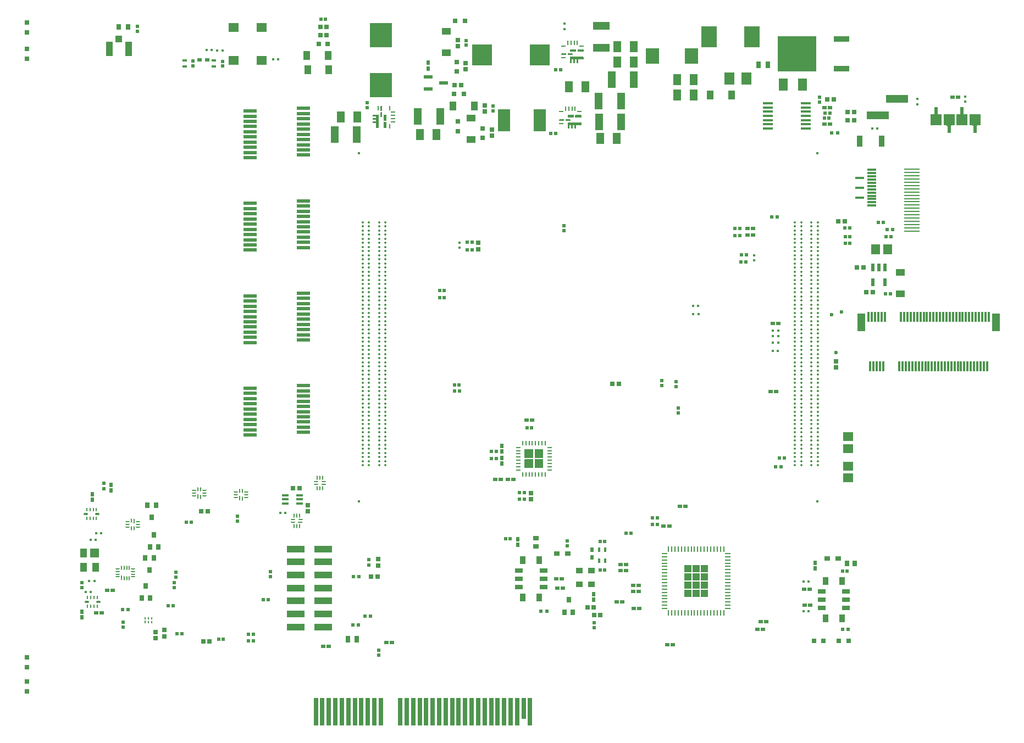
<source format=gbr>
G04*
G04 #@! TF.GenerationSoftware,Altium Limited,Altium Designer,24.2.2 (26)*
G04*
G04 Layer_Color=8421504*
%FSLAX25Y25*%
%MOIN*%
G70*
G04*
G04 #@! TF.SameCoordinates,80A8E479-4E92-43EF-BFA2-91FD1FC97BD2*
G04*
G04*
G04 #@! TF.FilePolarity,Positive*
G04*
G01*
G75*
%ADD17R,0.02559X0.02756*%
%ADD18R,0.02559X0.02362*%
%ADD19R,0.10827X0.03937*%
%ADD20R,0.02288X0.02016*%
%ADD21R,0.02016X0.02288*%
%ADD22R,0.02800X0.16500*%
%ADD23R,0.02800X0.12600*%
%ADD24R,0.07835X0.09173*%
%ADD25R,0.02756X0.03543*%
%ADD26R,0.02165X0.01968*%
%ADD27R,0.03150X0.03150*%
G04:AMPARAMS|DCode=28|XSize=7.87mil|YSize=23.62mil|CornerRadius=1.97mil|HoleSize=0mil|Usage=FLASHONLY|Rotation=0.000|XOffset=0mil|YOffset=0mil|HoleType=Round|Shape=RoundedRectangle|*
%AMROUNDEDRECTD28*
21,1,0.00787,0.01968,0,0,0.0*
21,1,0.00394,0.02362,0,0,0.0*
1,1,0.00394,0.00197,-0.00984*
1,1,0.00394,-0.00197,-0.00984*
1,1,0.00394,-0.00197,0.00984*
1,1,0.00394,0.00197,0.00984*
%
%ADD28ROUNDEDRECTD28*%
G04:AMPARAMS|DCode=29|XSize=7.87mil|YSize=23.62mil|CornerRadius=1.97mil|HoleSize=0mil|Usage=FLASHONLY|Rotation=270.000|XOffset=0mil|YOffset=0mil|HoleType=Round|Shape=RoundedRectangle|*
%AMROUNDEDRECTD29*
21,1,0.00787,0.01968,0,0,270.0*
21,1,0.00394,0.02362,0,0,270.0*
1,1,0.00394,-0.00984,-0.00197*
1,1,0.00394,-0.00984,0.00197*
1,1,0.00394,0.00984,0.00197*
1,1,0.00394,0.00984,-0.00197*
%
%ADD29ROUNDEDRECTD29*%
G04:AMPARAMS|DCode=30|XSize=7.87mil|YSize=27.56mil|CornerRadius=1.97mil|HoleSize=0mil|Usage=FLASHONLY|Rotation=270.000|XOffset=0mil|YOffset=0mil|HoleType=Round|Shape=RoundedRectangle|*
%AMROUNDEDRECTD30*
21,1,0.00787,0.02362,0,0,270.0*
21,1,0.00394,0.02756,0,0,270.0*
1,1,0.00394,-0.01181,-0.00197*
1,1,0.00394,-0.01181,0.00197*
1,1,0.00394,0.01181,0.00197*
1,1,0.00394,0.01181,-0.00197*
%
%ADD30ROUNDEDRECTD30*%
%ADD31R,0.06127X0.05727*%
%ADD32R,0.01772X0.01772*%
%ADD33R,0.01772X0.01772*%
%ADD34R,0.02657X0.01772*%
%ADD35R,0.07874X0.01968*%
%ADD36R,0.01181X0.06102*%
%ADD37R,0.04724X0.10827*%
%ADD38R,0.02362X0.02559*%
G04:AMPARAMS|DCode=39|XSize=23.62mil|YSize=9.45mil|CornerRadius=1.98mil|HoleSize=0mil|Usage=FLASHONLY|Rotation=0.000|XOffset=0mil|YOffset=0mil|HoleType=Round|Shape=RoundedRectangle|*
%AMROUNDEDRECTD39*
21,1,0.02362,0.00548,0,0,0.0*
21,1,0.01965,0.00945,0,0,0.0*
1,1,0.00397,0.00983,-0.00274*
1,1,0.00397,-0.00983,-0.00274*
1,1,0.00397,-0.00983,0.00274*
1,1,0.00397,0.00983,0.00274*
%
%ADD39ROUNDEDRECTD39*%
G04:AMPARAMS|DCode=40|XSize=9.45mil|YSize=23.62mil|CornerRadius=1.98mil|HoleSize=0mil|Usage=FLASHONLY|Rotation=0.000|XOffset=0mil|YOffset=0mil|HoleType=Round|Shape=RoundedRectangle|*
%AMROUNDEDRECTD40*
21,1,0.00945,0.01965,0,0,0.0*
21,1,0.00548,0.02362,0,0,0.0*
1,1,0.00397,0.00274,-0.00983*
1,1,0.00397,-0.00274,-0.00983*
1,1,0.00397,-0.00274,0.00983*
1,1,0.00397,0.00274,0.00983*
%
%ADD40ROUNDEDRECTD40*%
%ADD41R,0.04331X0.05315*%
%ADD42R,0.02756X0.02756*%
%ADD43R,0.02911X0.02648*%
%ADD44R,0.02816X0.02648*%
%ADD45R,0.13780X0.14961*%
%ADD46R,0.04546X0.06717*%
%ADD47R,0.05315X0.04331*%
%ADD48R,0.02756X0.02756*%
%ADD49R,0.02648X0.02911*%
%ADD50R,0.04921X0.09843*%
%ADD51R,0.07284X0.13386*%
%ADD52C,0.01378*%
G04:AMPARAMS|DCode=53|XSize=9.84mil|YSize=23.62mil|CornerRadius=1.97mil|HoleSize=0mil|Usage=FLASHONLY|Rotation=270.000|XOffset=0mil|YOffset=0mil|HoleType=Round|Shape=RoundedRectangle|*
%AMROUNDEDRECTD53*
21,1,0.00984,0.01968,0,0,270.0*
21,1,0.00591,0.02362,0,0,270.0*
1,1,0.00394,-0.00984,-0.00295*
1,1,0.00394,-0.00984,0.00295*
1,1,0.00394,0.00984,0.00295*
1,1,0.00394,0.00984,-0.00295*
%
%ADD53ROUNDEDRECTD53*%
G04:AMPARAMS|DCode=54|XSize=23.62mil|YSize=9.84mil|CornerRadius=1.97mil|HoleSize=0mil|Usage=FLASHONLY|Rotation=270.000|XOffset=0mil|YOffset=0mil|HoleType=Round|Shape=RoundedRectangle|*
%AMROUNDEDRECTD54*
21,1,0.02362,0.00591,0,0,270.0*
21,1,0.01968,0.00984,0,0,270.0*
1,1,0.00394,-0.00295,-0.00984*
1,1,0.00394,-0.00295,0.00984*
1,1,0.00394,0.00295,0.00984*
1,1,0.00394,0.00295,-0.00984*
%
%ADD54ROUNDEDRECTD54*%
%ADD55R,0.03150X0.03150*%
%ADD56R,0.02123X0.01860*%
%ADD57R,0.05709X0.01181*%
%ADD58R,0.09449X0.01102*%
G04:AMPARAMS|DCode=59|XSize=9.84mil|YSize=23.62mil|CornerRadius=1.97mil|HoleSize=0mil|Usage=FLASHONLY|Rotation=180.000|XOffset=0mil|YOffset=0mil|HoleType=Round|Shape=RoundedRectangle|*
%AMROUNDEDRECTD59*
21,1,0.00984,0.01968,0,0,180.0*
21,1,0.00591,0.02362,0,0,180.0*
1,1,0.00394,-0.00295,0.00984*
1,1,0.00394,0.00295,0.00984*
1,1,0.00394,0.00295,-0.00984*
1,1,0.00394,-0.00295,-0.00984*
%
%ADD59ROUNDEDRECTD59*%
G04:AMPARAMS|DCode=60|XSize=23.62mil|YSize=9.84mil|CornerRadius=1.97mil|HoleSize=0mil|Usage=FLASHONLY|Rotation=180.000|XOffset=0mil|YOffset=0mil|HoleType=Round|Shape=RoundedRectangle|*
%AMROUNDEDRECTD60*
21,1,0.02362,0.00591,0,0,180.0*
21,1,0.01968,0.00984,0,0,180.0*
1,1,0.00394,-0.00984,0.00295*
1,1,0.00394,0.00984,0.00295*
1,1,0.00394,0.00984,-0.00295*
1,1,0.00394,-0.00984,-0.00295*
%
%ADD60ROUNDEDRECTD60*%
%ADD61R,0.02631X0.02648*%
%ADD62R,0.05315X0.02362*%
%ADD63R,0.12299X0.12799*%
%ADD64R,0.13504X0.05000*%
%ADD65R,0.02657X0.02362*%
%ADD66R,0.05900X0.05300*%
%ADD67R,0.09843X0.04921*%
%ADD68R,0.02648X0.02816*%
%ADD69R,0.01000X0.03200*%
%ADD70R,0.03200X0.01000*%
%ADD71R,0.04921X0.02559*%
%ADD72R,0.03347X0.04921*%
%ADD73R,0.04134X0.08661*%
%ADD74R,0.03937X0.04134*%
%ADD75R,0.01860X0.02123*%
%ADD76R,0.02756X0.03543*%
%ADD77R,0.03740X0.02756*%
%ADD78R,0.02423X0.02254*%
%ADD79R,0.02985X0.03197*%
%ADD80R,0.02756X0.02559*%
%ADD81R,0.02362X0.02657*%
%ADD82R,0.03937X0.03543*%
%ADD83R,0.01772X0.02657*%
%ADD84R,0.03197X0.02985*%
%ADD85R,0.01968X0.02165*%
G04:AMPARAMS|DCode=86|XSize=7.87mil|YSize=21.65mil|CornerRadius=1.97mil|HoleSize=0mil|Usage=FLASHONLY|Rotation=180.000|XOffset=0mil|YOffset=0mil|HoleType=Round|Shape=RoundedRectangle|*
%AMROUNDEDRECTD86*
21,1,0.00787,0.01772,0,0,180.0*
21,1,0.00394,0.02165,0,0,180.0*
1,1,0.00394,-0.00197,0.00886*
1,1,0.00394,0.00197,0.00886*
1,1,0.00394,0.00197,-0.00886*
1,1,0.00394,-0.00197,-0.00886*
%
%ADD86ROUNDEDRECTD86*%
G04:AMPARAMS|DCode=87|XSize=11.81mil|YSize=23.62mil|CornerRadius=1.95mil|HoleSize=0mil|Usage=FLASHONLY|Rotation=90.000|XOffset=0mil|YOffset=0mil|HoleType=Round|Shape=RoundedRectangle|*
%AMROUNDEDRECTD87*
21,1,0.01181,0.01972,0,0,90.0*
21,1,0.00791,0.02362,0,0,90.0*
1,1,0.00390,0.00986,0.00396*
1,1,0.00390,0.00986,-0.00396*
1,1,0.00390,-0.00986,-0.00396*
1,1,0.00390,-0.00986,0.00396*
%
%ADD87ROUNDEDRECTD87*%
%ADD88R,0.02165X0.02362*%
%ADD89R,0.02362X0.02165*%
%ADD90R,0.02362X0.04724*%
G04:AMPARAMS|DCode=91|XSize=7.87mil|YSize=27.56mil|CornerRadius=1.97mil|HoleSize=0mil|Usage=FLASHONLY|Rotation=180.000|XOffset=0mil|YOffset=0mil|HoleType=Round|Shape=RoundedRectangle|*
%AMROUNDEDRECTD91*
21,1,0.00787,0.02362,0,0,180.0*
21,1,0.00394,0.02756,0,0,180.0*
1,1,0.00394,-0.00197,0.01181*
1,1,0.00394,0.00197,0.01181*
1,1,0.00394,0.00197,-0.01181*
1,1,0.00394,-0.00197,-0.01181*
%
%ADD91ROUNDEDRECTD91*%
%ADD92R,0.02559X0.02559*%
%ADD93R,0.02559X0.02559*%
%ADD94R,0.02756X0.02953*%
%ADD95R,0.05906X0.07284*%
%ADD96C,0.01693*%
%ADD97R,0.02204X0.02382*%
%ADD98C,0.01402*%
%ADD99R,0.05906X0.01575*%
G04:AMPARAMS|DCode=100|XSize=7.87mil|YSize=27.56mil|CornerRadius=1.97mil|HoleSize=0mil|Usage=FLASHONLY|Rotation=180.000|XOffset=0mil|YOffset=0mil|HoleType=Round|Shape=RoundedRectangle|*
%AMROUNDEDRECTD100*
21,1,0.00787,0.02362,0,0,180.0*
21,1,0.00394,0.02756,0,0,180.0*
1,1,0.00394,-0.00197,0.01181*
1,1,0.00394,0.00197,0.01181*
1,1,0.00394,0.00197,-0.01181*
1,1,0.00394,-0.00197,-0.01181*
%
%ADD100ROUNDEDRECTD100*%
%ADD101R,0.05512X0.05512*%
%ADD102R,0.03937X0.05512*%
%ADD103R,0.02835X0.03937*%
%ADD104R,0.09449X0.12992*%
%ADD105R,0.09800X0.03700*%
%ADD106R,0.23300X0.21700*%
%ADD107R,0.05709X0.07480*%
%ADD108R,0.02029X0.01860*%
%ADD109R,0.03189X0.06693*%
%ADD110C,0.02362*%
%ADD111R,0.03937X0.01575*%
%ADD112R,0.02165X0.02165*%
%ADD113R,0.05727X0.06127*%
G36*
X313973Y634D02*
X314029Y579D01*
X314059Y506D01*
Y467D01*
Y-714D01*
Y-753D01*
X314029Y-825D01*
X313973Y-881D01*
X313901Y-911D01*
X310476D01*
X310404Y-881D01*
X310348Y-825D01*
X310318Y-753D01*
Y-714D01*
Y467D01*
Y506D01*
X310348Y579D01*
X310404Y634D01*
X310476Y664D01*
X313901D01*
X313973Y634D01*
D02*
G37*
G36*
X309446D02*
X309501Y579D01*
X309531Y506D01*
Y467D01*
Y-714D01*
Y-753D01*
X309501Y-825D01*
X309446Y-881D01*
X309373Y-911D01*
X305949D01*
X305876Y-881D01*
X305821Y-825D01*
X305791Y-753D01*
Y-714D01*
Y467D01*
Y506D01*
X305821Y579D01*
X305876Y634D01*
X305949Y664D01*
X309373D01*
X309446Y634D01*
D02*
G37*
G36*
X307241Y-1945D02*
X307296Y-2000D01*
X307326Y-2072D01*
Y-2111D01*
Y-2702D01*
Y-2741D01*
X307296Y-2813D01*
X307241Y-2869D01*
X307169Y-2899D01*
X304531D01*
X304459Y-2869D01*
X304403Y-2813D01*
X304374Y-2741D01*
Y-2702D01*
Y-2111D01*
Y-2072D01*
X304403Y-2000D01*
X304459Y-1945D01*
X304531Y-1915D01*
X307169D01*
X307241Y-1945D01*
D02*
G37*
G36*
X303501D02*
X303556Y-2000D01*
X303586Y-2072D01*
Y-2111D01*
Y-2702D01*
Y-2741D01*
X303556Y-2813D01*
X303501Y-2869D01*
X303429Y-2899D01*
X300791D01*
X300719Y-2869D01*
X300663Y-2813D01*
X300633Y-2741D01*
Y-2702D01*
Y-2111D01*
Y-2072D01*
X300663Y-2000D01*
X300719Y-1945D01*
X300791Y-1915D01*
X303429D01*
X303501Y-1945D01*
D02*
G37*
G36*
X313954Y-3933D02*
X314009Y-3988D01*
X314039Y-4061D01*
X314039Y-4100D01*
Y-5281D01*
X314039D01*
Y-5320D01*
X314009Y-5392D01*
X313954Y-5448D01*
X313881Y-5478D01*
X313842D01*
X310988Y-5478D01*
X310988Y-5478D01*
X310949Y-5481D01*
X310878Y-5511D01*
X310824Y-5565D01*
X310795Y-5636D01*
X310791Y-5675D01*
Y-7485D01*
X310791Y-7485D01*
Y-7525D01*
X310761Y-7597D01*
X310705Y-7652D01*
X310633Y-7682D01*
X310003D01*
Y-7682D01*
X309964Y-7682D01*
X309892Y-7652D01*
X309837Y-7597D01*
X309807Y-7525D01*
X309807Y-7485D01*
Y-5478D01*
X308822D01*
Y-7485D01*
X308822Y-7485D01*
Y-7525D01*
X308792Y-7597D01*
X308737Y-7652D01*
X308665Y-7682D01*
X308035D01*
X308035Y-7682D01*
X307996Y-7682D01*
X307924Y-7652D01*
X307868Y-7597D01*
X307838Y-7525D01*
X307838Y-7485D01*
X307838Y-5478D01*
X306854D01*
Y-7485D01*
Y-7485D01*
X306854Y-7525D01*
X306824Y-7597D01*
X306768Y-7652D01*
X306696Y-7682D01*
X306657Y-7682D01*
X306066Y-7682D01*
X306027D01*
X305955Y-7652D01*
X305900Y-7597D01*
X305870Y-7525D01*
Y-7485D01*
X305870Y-5478D01*
X305771D01*
Y-4100D01*
X305771Y-4061D01*
X305801Y-3988D01*
X305857Y-3933D01*
X305929Y-3903D01*
X305968Y-3903D01*
X313842D01*
X313881Y-3903D01*
X313954Y-3933D01*
D02*
G37*
G36*
X191752Y-33853D02*
X191807Y-33909D01*
X191837Y-33981D01*
Y-34020D01*
Y-36579D01*
Y-36618D01*
X191807Y-36691D01*
X191752Y-36746D01*
X191680Y-36776D01*
X191011D01*
X190938Y-36746D01*
X190883Y-36691D01*
X190853Y-36618D01*
Y-36579D01*
Y-34020D01*
Y-33981D01*
X190883Y-33909D01*
X190938Y-33853D01*
X191011Y-33823D01*
X191680D01*
X191752Y-33853D01*
D02*
G37*
G36*
X544535Y-38383D02*
Y-38383D01*
X544545Y-38483D01*
X544622Y-38667D01*
X544763Y-38809D01*
X544947Y-38885D01*
X545047Y-38895D01*
X546878Y-38895D01*
Y-45588D01*
X540185D01*
Y-38895D01*
X542016D01*
X542016Y-38895D01*
X542116Y-38885D01*
X542300Y-38809D01*
X542441Y-38667D01*
X542518Y-38483D01*
X542528Y-38383D01*
X542528Y-34485D01*
X544535D01*
Y-38383D01*
D02*
G37*
G36*
X189764Y-38991D02*
X189819Y-39046D01*
X189849Y-39119D01*
X189849Y-39158D01*
Y-47032D01*
Y-47032D01*
X189849Y-47071D01*
X189819Y-47144D01*
X189764Y-47199D01*
X189692Y-47229D01*
X189652Y-47229D01*
X188471Y-47229D01*
X188432D01*
X188360Y-47199D01*
X188304Y-47143D01*
X188275Y-47071D01*
Y-47032D01*
X188274Y-44178D01*
X188274D01*
X188271Y-44139D01*
X188241Y-44068D01*
X188187Y-44014D01*
X188116Y-43984D01*
X188078Y-43981D01*
X186267Y-43981D01*
X186227D01*
X186155Y-43951D01*
X186100Y-43895D01*
X186070Y-43823D01*
Y-43784D01*
Y-43193D01*
X186070Y-43193D01*
X186070Y-43154D01*
X186100Y-43082D01*
X186155Y-43027D01*
X186227Y-42996D01*
X186267Y-42996D01*
X188274Y-42996D01*
Y-42012D01*
X186267D01*
X186267Y-42012D01*
X186227D01*
X186155Y-41982D01*
X186100Y-41927D01*
X186070Y-41855D01*
Y-41815D01*
Y-41225D01*
X186070D01*
X186070Y-41186D01*
X186100Y-41113D01*
X186155Y-41058D01*
X186227Y-41028D01*
X186267Y-41028D01*
X188274D01*
Y-40044D01*
X186267D01*
X186267Y-40044D01*
X186227Y-40044D01*
X186155Y-40014D01*
X186100Y-39958D01*
X186070Y-39886D01*
X186070Y-39847D01*
X186070Y-39256D01*
Y-39217D01*
X186100Y-39145D01*
X186155Y-39090D01*
X186227Y-39059D01*
X186267D01*
X188274Y-39059D01*
Y-38961D01*
X189652D01*
Y-38961D01*
X189692Y-38961D01*
X189764Y-38991D01*
D02*
G37*
G36*
X191752Y-37593D02*
X191807Y-37649D01*
X191837Y-37721D01*
Y-37760D01*
Y-40319D01*
Y-40358D01*
X191807Y-40431D01*
X191752Y-40486D01*
X191680Y-40516D01*
X191011D01*
X190938Y-40486D01*
X190883Y-40431D01*
X190853Y-40358D01*
Y-40319D01*
Y-37760D01*
Y-37721D01*
X190883Y-37649D01*
X190938Y-37593D01*
X191011Y-37563D01*
X191680D01*
X191752Y-37593D01*
D02*
G37*
G36*
X312618Y-39248D02*
X312674Y-39303D01*
X312704Y-39376D01*
Y-39415D01*
Y-40596D01*
Y-40635D01*
X312674Y-40707D01*
X312618Y-40763D01*
X312546Y-40793D01*
X309121D01*
X309049Y-40763D01*
X308994Y-40707D01*
X308964Y-40635D01*
Y-40596D01*
Y-39415D01*
Y-39376D01*
X308994Y-39303D01*
X309049Y-39248D01*
X309121Y-39218D01*
X312546D01*
X312618Y-39248D01*
D02*
G37*
G36*
X308091D02*
X308146Y-39303D01*
X308176Y-39376D01*
Y-39415D01*
Y-40596D01*
Y-40635D01*
X308146Y-40707D01*
X308091Y-40763D01*
X308018Y-40793D01*
X304594D01*
X304521Y-40763D01*
X304466Y-40707D01*
X304436Y-40635D01*
Y-40596D01*
Y-39415D01*
Y-39376D01*
X304466Y-39303D01*
X304521Y-39248D01*
X304594Y-39218D01*
X308018D01*
X308091Y-39248D01*
D02*
G37*
G36*
X194331Y-39011D02*
X194386Y-39066D01*
X194416Y-39138D01*
Y-39178D01*
Y-42524D01*
Y-42563D01*
X194386Y-42636D01*
X194331Y-42691D01*
X194258Y-42721D01*
X192999D01*
X192927Y-42691D01*
X192871Y-42636D01*
X192841Y-42563D01*
Y-42524D01*
Y-39178D01*
Y-39138D01*
X192871Y-39066D01*
X192927Y-39011D01*
X192999Y-38981D01*
X194258D01*
X194331Y-39011D01*
D02*
G37*
G36*
X305886Y-41827D02*
X305942Y-41882D01*
X305972Y-41954D01*
Y-41993D01*
Y-42584D01*
Y-42623D01*
X305942Y-42696D01*
X305886Y-42751D01*
X305814Y-42781D01*
X303176D01*
X303104Y-42751D01*
X303049Y-42696D01*
X303019Y-42623D01*
Y-42584D01*
Y-41993D01*
Y-41954D01*
X303049Y-41882D01*
X303104Y-41827D01*
X303176Y-41797D01*
X305814D01*
X305886Y-41827D01*
D02*
G37*
G36*
X302146D02*
X302201Y-41882D01*
X302231Y-41954D01*
Y-41993D01*
Y-42584D01*
Y-42623D01*
X302201Y-42696D01*
X302146Y-42751D01*
X302074Y-42781D01*
X299436D01*
X299364Y-42751D01*
X299308Y-42696D01*
X299278Y-42623D01*
Y-42584D01*
Y-41993D01*
Y-41954D01*
X299308Y-41882D01*
X299364Y-41827D01*
X299436Y-41797D01*
X302074D01*
X302146Y-41827D01*
D02*
G37*
G36*
X312599Y-43815D02*
X312654Y-43870D01*
X312684Y-43943D01*
X312684Y-43982D01*
Y-45163D01*
X312684D01*
Y-45202D01*
X312654Y-45274D01*
X312599Y-45330D01*
X312526Y-45360D01*
X312487D01*
X309633Y-45360D01*
X309633Y-45360D01*
X309594Y-45364D01*
X309524Y-45393D01*
X309469Y-45447D01*
X309440Y-45518D01*
X309436Y-45557D01*
Y-47368D01*
X309436Y-47368D01*
Y-47407D01*
X309406Y-47479D01*
X309351Y-47534D01*
X309278Y-47564D01*
X308649D01*
Y-47564D01*
X308610Y-47564D01*
X308537Y-47534D01*
X308482Y-47479D01*
X308452Y-47407D01*
X308452Y-47368D01*
Y-45360D01*
X307468D01*
Y-47368D01*
X307468Y-47368D01*
Y-47407D01*
X307438Y-47479D01*
X307382Y-47534D01*
X307310Y-47564D01*
X306680D01*
X306680Y-47564D01*
X306641Y-47564D01*
X306569Y-47534D01*
X306513Y-47479D01*
X306483Y-47407D01*
X306483Y-47368D01*
X306483Y-45360D01*
X305499D01*
Y-47368D01*
Y-47368D01*
X305499Y-47407D01*
X305469Y-47479D01*
X305414Y-47534D01*
X305341Y-47564D01*
X305302Y-47564D01*
X304712Y-47564D01*
X304673D01*
X304600Y-47534D01*
X304545Y-47479D01*
X304515Y-47407D01*
Y-47368D01*
X304515Y-45360D01*
X304416D01*
Y-43982D01*
X304416Y-43943D01*
X304446Y-43870D01*
X304502Y-43815D01*
X304574Y-43785D01*
X304613Y-43785D01*
X312487D01*
X312526Y-43785D01*
X312599Y-43815D01*
D02*
G37*
G36*
X528787Y-38383D02*
X528797Y-38483D01*
X528874Y-38667D01*
X529015Y-38809D01*
X529199Y-38885D01*
X529299Y-38895D01*
X531130D01*
Y-45588D01*
X524437D01*
Y-38895D01*
X526268D01*
X526368Y-38885D01*
X526552Y-38809D01*
X526693Y-38667D01*
X526770Y-38483D01*
X526780Y-38383D01*
X526780Y-34485D01*
X528787D01*
Y-38383D01*
D02*
G37*
G36*
X194331Y-43538D02*
X194386Y-43594D01*
X194416Y-43666D01*
Y-43705D01*
Y-47052D01*
Y-47091D01*
X194386Y-47163D01*
X194331Y-47218D01*
X194258Y-47249D01*
X192999D01*
X192927Y-47218D01*
X192871Y-47163D01*
X192841Y-47091D01*
Y-47052D01*
Y-43705D01*
Y-43666D01*
X192871Y-43594D01*
X192927Y-43538D01*
X192999Y-43508D01*
X194258D01*
X194331Y-43538D01*
D02*
G37*
G36*
X554752Y-45588D02*
X552921D01*
X552821Y-45597D01*
X552637Y-45674D01*
X552496Y-45815D01*
X552419Y-46000D01*
X552410Y-46099D01*
Y-49997D01*
X550402D01*
Y-46099D01*
X550402D01*
X550392Y-46000D01*
X550315Y-45815D01*
X550174Y-45674D01*
X549990Y-45597D01*
X549890Y-45588D01*
X548059D01*
Y-38895D01*
X554752D01*
Y-45588D01*
D02*
G37*
G36*
X539004Y-45588D02*
X537173D01*
Y-45588D01*
X537073Y-45597D01*
X536889Y-45674D01*
X536748Y-45815D01*
X536671Y-46000D01*
X536661Y-46099D01*
Y-49997D01*
X534654D01*
Y-46099D01*
X534654Y-46099D01*
X534644Y-46000D01*
X534567Y-45815D01*
X534426Y-45674D01*
X534242Y-45597D01*
X534142Y-45588D01*
X532311Y-45588D01*
Y-38895D01*
X539004D01*
Y-45588D01*
D02*
G37*
G36*
X289546Y-242178D02*
X289602Y-242234D01*
X289632Y-242306D01*
Y-242345D01*
Y-247266D01*
Y-247305D01*
X289602Y-247378D01*
X289546Y-247433D01*
X289474Y-247463D01*
X284475D01*
X284402Y-247433D01*
X284347Y-247378D01*
X284317Y-247305D01*
Y-247266D01*
Y-242345D01*
Y-242306D01*
X284347Y-242234D01*
X284402Y-242178D01*
X284475Y-242148D01*
X289474D01*
X289546Y-242178D01*
D02*
G37*
G36*
X283444D02*
X283500Y-242234D01*
X283529Y-242306D01*
Y-242345D01*
Y-247266D01*
Y-247305D01*
X283500Y-247378D01*
X283444Y-247433D01*
X283372Y-247463D01*
X278372D01*
X278300Y-247433D01*
X278244Y-247378D01*
X278215Y-247305D01*
Y-247266D01*
Y-242345D01*
Y-242306D01*
X278244Y-242234D01*
X278300Y-242178D01*
X278372Y-242148D01*
X283372D01*
X283444Y-242178D01*
D02*
G37*
G36*
X289546Y-248281D02*
X289602Y-248336D01*
X289632Y-248408D01*
Y-248447D01*
Y-253369D01*
Y-253408D01*
X289602Y-253480D01*
X289546Y-253536D01*
X289474Y-253566D01*
X284475D01*
X284402Y-253536D01*
X284347Y-253480D01*
X284317Y-253408D01*
Y-253369D01*
Y-248447D01*
Y-248408D01*
X284347Y-248336D01*
X284402Y-248281D01*
X284475Y-248251D01*
X289474D01*
X289546Y-248281D01*
D02*
G37*
G36*
X283444D02*
X283500Y-248336D01*
X283529Y-248408D01*
Y-248447D01*
Y-253369D01*
Y-253408D01*
X283500Y-253480D01*
X283444Y-253536D01*
X283372Y-253566D01*
X278372D01*
X278300Y-253536D01*
X278244Y-253480D01*
X278215Y-253408D01*
Y-253369D01*
Y-248447D01*
Y-248408D01*
X278244Y-248336D01*
X278300Y-248281D01*
X278372Y-248251D01*
X283372D01*
X283444Y-248281D01*
D02*
G37*
G36*
X389393Y-316698D02*
X385181D01*
Y-312486D01*
X389393D01*
Y-316698D01*
D02*
G37*
G36*
X384393D02*
X380181D01*
Y-312486D01*
X384393D01*
Y-316698D01*
D02*
G37*
G36*
X379393D02*
X375181D01*
Y-312486D01*
X379393D01*
Y-316698D01*
D02*
G37*
G36*
X389393Y-321698D02*
X385181D01*
Y-317486D01*
X389393D01*
Y-321698D01*
D02*
G37*
G36*
X384393D02*
X380181D01*
Y-317486D01*
X384393D01*
Y-321698D01*
D02*
G37*
G36*
X379393D02*
X375181D01*
Y-317486D01*
X379393D01*
Y-321698D01*
D02*
G37*
G36*
X389393Y-326698D02*
X385181D01*
Y-322486D01*
X389393D01*
Y-326698D01*
D02*
G37*
G36*
X384393D02*
X380181D01*
Y-322486D01*
X384393D01*
Y-326698D01*
D02*
G37*
G36*
X379393D02*
X375181D01*
Y-322486D01*
X379393D01*
Y-326698D01*
D02*
G37*
G36*
X389393Y-331698D02*
X385181D01*
Y-327486D01*
X389393D01*
Y-331698D01*
D02*
G37*
G36*
X384393D02*
X380181D01*
Y-327486D01*
X384393D01*
Y-331698D01*
D02*
G37*
G36*
X379393D02*
X375181D01*
Y-327486D01*
X379393D01*
Y-331698D01*
D02*
G37*
G36*
X52445Y-344111D02*
X52500Y-344167D01*
X52530Y-344239D01*
Y-344278D01*
Y-345065D01*
Y-345105D01*
X52500Y-345177D01*
X52445Y-345232D01*
X52373Y-345262D01*
X51901D01*
X51828Y-345232D01*
X51773Y-345177D01*
X51743Y-345105D01*
Y-345065D01*
Y-344278D01*
Y-344239D01*
X51773Y-344167D01*
X51828Y-344111D01*
X51901Y-344081D01*
X52373D01*
X52445Y-344111D01*
D02*
G37*
G36*
X50477D02*
X50532Y-344167D01*
X50562Y-344239D01*
Y-344278D01*
Y-345065D01*
Y-345105D01*
X50532Y-345177D01*
X50477Y-345232D01*
X50404Y-345262D01*
X49932D01*
X49860Y-345232D01*
X49804Y-345177D01*
X49775Y-345105D01*
Y-345065D01*
Y-344278D01*
Y-344239D01*
X49804Y-344167D01*
X49860Y-344111D01*
X49932Y-344081D01*
X50404D01*
X50477Y-344111D01*
D02*
G37*
G36*
X48508D02*
X48564Y-344167D01*
X48593Y-344239D01*
Y-344278D01*
Y-345065D01*
Y-345105D01*
X48564Y-345177D01*
X48508Y-345232D01*
X48436Y-345262D01*
X47964D01*
X47891Y-345232D01*
X47836Y-345177D01*
X47806Y-345105D01*
Y-345065D01*
Y-344278D01*
Y-344239D01*
X47836Y-344167D01*
X47891Y-344111D01*
X47964Y-344081D01*
X48436D01*
X48508Y-344111D01*
D02*
G37*
G36*
X52445Y-346473D02*
X52500Y-346529D01*
X52530Y-346601D01*
Y-346640D01*
Y-347428D01*
Y-347467D01*
X52500Y-347539D01*
X52445Y-347595D01*
X52373Y-347624D01*
X51901D01*
X51828Y-347595D01*
X51773Y-347539D01*
X51743Y-347467D01*
Y-347428D01*
Y-346640D01*
Y-346601D01*
X51773Y-346529D01*
X51828Y-346473D01*
X51901Y-346443D01*
X52373D01*
X52445Y-346473D01*
D02*
G37*
G36*
X50477D02*
X50532Y-346529D01*
X50562Y-346601D01*
Y-346640D01*
Y-347428D01*
Y-347467D01*
X50532Y-347539D01*
X50477Y-347595D01*
X50404Y-347624D01*
X49932D01*
X49860Y-347595D01*
X49804Y-347539D01*
X49775Y-347467D01*
Y-347428D01*
Y-346640D01*
Y-346601D01*
X49804Y-346529D01*
X49860Y-346473D01*
X49932Y-346443D01*
X50404D01*
X50477Y-346473D01*
D02*
G37*
G36*
X48508Y-346276D02*
X48564Y-346332D01*
X48593Y-346404D01*
Y-346443D01*
Y-347428D01*
Y-347467D01*
X48564Y-347539D01*
X48508Y-347595D01*
X48436Y-347624D01*
X47964D01*
X47891Y-347595D01*
X47836Y-347539D01*
X47806Y-347467D01*
Y-347428D01*
Y-346443D01*
Y-346404D01*
X47836Y-346332D01*
X47891Y-346276D01*
X47964Y-346247D01*
X48436D01*
X48508Y-346276D01*
D02*
G37*
D17*
X250180Y-116901D02*
D03*
Y-120641D02*
D03*
X282207Y-268641D02*
D03*
Y-272381D02*
D03*
D18*
X333974Y-334614D02*
D03*
X337320D02*
D03*
X344456Y-338792D02*
D03*
X347802D02*
D03*
X271370Y-260426D02*
D03*
X268024D02*
D03*
X282706Y-224491D02*
D03*
X279359D02*
D03*
X537825Y-28450D02*
D03*
X541171D02*
D03*
X260454Y-260371D02*
D03*
X263800D02*
D03*
X372524Y-276687D02*
D03*
X375871D02*
D03*
X416835Y-108174D02*
D03*
X413489D02*
D03*
X416835Y-112211D02*
D03*
X413489D02*
D03*
X339716Y-312194D02*
D03*
X336370D02*
D03*
X339716Y-315808D02*
D03*
X336370D02*
D03*
X347468Y-324716D02*
D03*
X344122D02*
D03*
X347468Y-328483D02*
D03*
X344122D02*
D03*
X451343Y-336768D02*
D03*
X447997D02*
D03*
X451155Y-327174D02*
D03*
X447809D02*
D03*
X297975Y-326514D02*
D03*
X301321D02*
D03*
X297496Y-320717D02*
D03*
X300842D02*
D03*
X362626Y-288797D02*
D03*
X365972D02*
D03*
X368260Y-360872D02*
D03*
X364913D02*
D03*
X424753Y-346592D02*
D03*
X421406D02*
D03*
X422673Y-351474D02*
D03*
X419327D02*
D03*
X21862Y-341301D02*
D03*
X18516D02*
D03*
X155982Y-361877D02*
D03*
X159328D02*
D03*
X463562Y-34602D02*
D03*
X460216D02*
D03*
X28572Y-327715D02*
D03*
X25226D02*
D03*
X428714Y-165735D02*
D03*
X432060D02*
D03*
X463464Y-44838D02*
D03*
X460117D02*
D03*
X427362Y-207216D02*
D03*
X430709D02*
D03*
X194346Y-359493D02*
D03*
X197693D02*
D03*
D19*
X139484Y-302706D02*
D03*
Y-310580D02*
D03*
Y-318454D02*
D03*
Y-326328D02*
D03*
Y-334202D02*
D03*
Y-342076D02*
D03*
Y-349950D02*
D03*
X156216Y-302706D02*
D03*
Y-310580D02*
D03*
Y-318454D02*
D03*
Y-326328D02*
D03*
Y-334202D02*
D03*
Y-342076D02*
D03*
Y-349950D02*
D03*
D20*
X119935Y-333415D02*
D03*
X122813D02*
D03*
X275161Y-268524D02*
D03*
X278040D02*
D03*
X261037Y-247634D02*
D03*
X258159D02*
D03*
X260983Y-243347D02*
D03*
X258105D02*
D03*
X154673Y19000D02*
D03*
X157551D02*
D03*
X294121Y-50512D02*
D03*
X297000D02*
D03*
X278070Y-272398D02*
D03*
X275192D02*
D03*
X297152Y-11813D02*
D03*
X300030D02*
D03*
X326894Y-298004D02*
D03*
X324016D02*
D03*
X326895Y-315269D02*
D03*
X324016D02*
D03*
X62246Y-337093D02*
D03*
X65124D02*
D03*
X67439Y-354130D02*
D03*
X70317D02*
D03*
X113701Y-354281D02*
D03*
X110822D02*
D03*
X113731Y-358310D02*
D03*
X110853D02*
D03*
X95534Y-357302D02*
D03*
X92656D02*
D03*
X73240Y-286540D02*
D03*
X76118D02*
D03*
X472657Y-112974D02*
D03*
X475535D02*
D03*
X463328Y-37948D02*
D03*
X460450D02*
D03*
X462934Y-41233D02*
D03*
X460056D02*
D03*
X500142Y-147755D02*
D03*
X497264D02*
D03*
X475535Y-116971D02*
D03*
X472657D02*
D03*
D21*
X124257Y-319438D02*
D03*
Y-316559D02*
D03*
X95128Y-6635D02*
D03*
Y-9513D02*
D03*
X77185Y-9313D02*
D03*
Y-6434D02*
D03*
X258979Y-33746D02*
D03*
Y-36624D02*
D03*
X242900Y6001D02*
D03*
Y3123D02*
D03*
X182874Y-31813D02*
D03*
Y-34692D02*
D03*
X320337Y-350458D02*
D03*
Y-347580D02*
D03*
X9944Y-325954D02*
D03*
Y-323075D02*
D03*
X34784Y-349977D02*
D03*
Y-347098D02*
D03*
X65812Y-323175D02*
D03*
Y-326053D02*
D03*
X104068Y-282918D02*
D03*
Y-285797D02*
D03*
X301978Y-109313D02*
D03*
Y-106435D02*
D03*
X457234Y-28450D02*
D03*
Y-31328D02*
D03*
X361424Y-203329D02*
D03*
Y-200451D02*
D03*
X371557Y-217070D02*
D03*
Y-219948D02*
D03*
X369998Y-203979D02*
D03*
Y-201101D02*
D03*
D22*
X281604Y-401427D02*
D03*
X159557D02*
D03*
X155620D02*
D03*
X151683D02*
D03*
X179242D02*
D03*
X222549D02*
D03*
X265856D02*
D03*
X261919D02*
D03*
X250108D02*
D03*
X246171D02*
D03*
X234360D02*
D03*
X230423D02*
D03*
X214675D02*
D03*
X210738D02*
D03*
X187116D02*
D03*
X183179D02*
D03*
X202864D02*
D03*
X273730D02*
D03*
X167431D02*
D03*
X171368D02*
D03*
X191053D02*
D03*
X269793D02*
D03*
X257982D02*
D03*
X242234D02*
D03*
X238297D02*
D03*
X175305D02*
D03*
X163494D02*
D03*
X254045D02*
D03*
X206801D02*
D03*
X218612D02*
D03*
X226486D02*
D03*
D23*
X277667Y-399477D02*
D03*
D24*
X355689Y-3424D02*
D03*
X379390D02*
D03*
D25*
X52153Y-283588D02*
D03*
X49594Y-276108D02*
D03*
X54712D02*
D03*
X302471Y-341056D02*
D03*
X307590D02*
D03*
X305030Y-333575D02*
D03*
X46012Y-332583D02*
D03*
X51130D02*
D03*
X48571Y-325103D02*
D03*
X53334Y-307971D02*
D03*
X48216D02*
D03*
X50775Y-315451D02*
D03*
X50972Y-301522D02*
D03*
X56090D02*
D03*
X53531Y-294042D02*
D03*
D26*
X358656Y-287680D02*
D03*
X355704D02*
D03*
X279670Y-229120D02*
D03*
X282622D02*
D03*
X355704Y-283737D02*
D03*
X358656D02*
D03*
X472521Y-107819D02*
D03*
X475474D02*
D03*
D27*
X474866Y-358545D02*
D03*
X468961D02*
D03*
X459547Y-358586D02*
D03*
X453641D02*
D03*
X242037Y17992D02*
D03*
X236131D02*
D03*
X241456Y-26320D02*
D03*
X235551D02*
D03*
D28*
X152563Y-259471D02*
D03*
X154137D02*
D03*
X155712D02*
D03*
X152563Y-265770D02*
D03*
X154137D02*
D03*
X155712D02*
D03*
X33867Y-314041D02*
D03*
X35441D02*
D03*
X37016D02*
D03*
X38591D02*
D03*
Y-320341D02*
D03*
X37016D02*
D03*
X35441D02*
D03*
X138503Y-282548D02*
D03*
X140078D02*
D03*
X141653D02*
D03*
X138503Y-288847D02*
D03*
X140078D02*
D03*
X141653D02*
D03*
X107148Y-267323D02*
D03*
Y-272047D02*
D03*
X105573Y-267323D02*
D03*
X41339Y-290158D02*
D03*
X39764Y-285433D02*
D03*
Y-290158D02*
D03*
X80096Y-266339D02*
D03*
X81670Y-271063D02*
D03*
Y-266339D02*
D03*
D29*
X151775Y-261833D02*
D03*
X156500D02*
D03*
X151775Y-263408D02*
D03*
X31504Y-319553D02*
D03*
Y-317978D02*
D03*
Y-316404D02*
D03*
Y-314829D02*
D03*
X40953D02*
D03*
Y-316404D02*
D03*
Y-317978D02*
D03*
Y-319553D02*
D03*
X137715Y-284910D02*
D03*
X142440D02*
D03*
X137715Y-286485D02*
D03*
X109510Y-268110D02*
D03*
Y-269685D02*
D03*
Y-271260D02*
D03*
X103211Y-268110D02*
D03*
Y-269685D02*
D03*
Y-271260D02*
D03*
X43701Y-286221D02*
D03*
Y-287795D02*
D03*
Y-289370D02*
D03*
X37402Y-286221D02*
D03*
Y-287795D02*
D03*
Y-289370D02*
D03*
X77733Y-270276D02*
D03*
Y-268701D02*
D03*
Y-267126D02*
D03*
X84033Y-270276D02*
D03*
Y-268701D02*
D03*
Y-267126D02*
D03*
D30*
X156303Y-263408D02*
D03*
X142243Y-286485D02*
D03*
D31*
X474500Y-234571D02*
D03*
Y-241860D02*
D03*
Y-259554D02*
D03*
Y-252264D02*
D03*
D32*
X516563Y-29577D02*
D03*
Y-32726D02*
D03*
X545561Y-28002D02*
D03*
Y-31152D02*
D03*
X302604Y16196D02*
D03*
Y13046D02*
D03*
X417381Y-124393D02*
D03*
Y-127542D02*
D03*
X238720Y-119821D02*
D03*
Y-116671D02*
D03*
D33*
X21473Y-292993D02*
D03*
X18324D02*
D03*
X12008Y-328717D02*
D03*
X15157D02*
D03*
X85364Y114D02*
D03*
X88514D02*
D03*
X91965Y51D02*
D03*
X95114D02*
D03*
X492278Y-47397D02*
D03*
X489129D02*
D03*
X383656Y-160236D02*
D03*
X380506D02*
D03*
X383453Y-155207D02*
D03*
X380303D02*
D03*
X15069Y-296951D02*
D03*
X18218D02*
D03*
X450587Y-322576D02*
D03*
X447437D02*
D03*
X450556Y-340263D02*
D03*
X447406D02*
D03*
X14165Y-322094D02*
D03*
X17315D02*
D03*
X128903Y-5491D02*
D03*
X125754D02*
D03*
X428720Y-182542D02*
D03*
X431869D02*
D03*
X428959Y-170168D02*
D03*
X432108D02*
D03*
Y-173575D02*
D03*
X428959D02*
D03*
X432108Y-177271D02*
D03*
X428959D02*
D03*
X129987Y-280604D02*
D03*
X133137D02*
D03*
D34*
X89878Y-6253D02*
D03*
Y-9895D02*
D03*
X72288Y-6053D02*
D03*
Y-9694D02*
D03*
D35*
X111827Y-36796D02*
D03*
Y-39945D02*
D03*
Y-43095D02*
D03*
Y-46244D02*
D03*
Y-49394D02*
D03*
Y-52544D02*
D03*
Y-55693D02*
D03*
Y-58843D02*
D03*
Y-61993D02*
D03*
Y-65142D02*
D03*
X144110Y-63567D02*
D03*
Y-60418D02*
D03*
Y-57268D02*
D03*
Y-54119D02*
D03*
Y-50969D02*
D03*
Y-47819D02*
D03*
Y-44670D02*
D03*
Y-41520D02*
D03*
Y-38370D02*
D03*
Y-35221D02*
D03*
X111827Y-92898D02*
D03*
Y-96048D02*
D03*
Y-99197D02*
D03*
Y-102347D02*
D03*
Y-105497D02*
D03*
Y-108646D02*
D03*
Y-111796D02*
D03*
Y-114945D02*
D03*
Y-118095D02*
D03*
Y-121245D02*
D03*
X144110Y-119670D02*
D03*
Y-116520D02*
D03*
Y-113371D02*
D03*
Y-110221D02*
D03*
Y-107071D02*
D03*
Y-103922D02*
D03*
Y-100772D02*
D03*
Y-97623D02*
D03*
Y-94473D02*
D03*
Y-91323D02*
D03*
X111827Y-149000D02*
D03*
Y-152150D02*
D03*
Y-155300D02*
D03*
Y-158449D02*
D03*
Y-161599D02*
D03*
Y-164749D02*
D03*
Y-167898D02*
D03*
Y-171048D02*
D03*
Y-174197D02*
D03*
Y-177347D02*
D03*
X144110Y-175772D02*
D03*
Y-172623D02*
D03*
Y-169473D02*
D03*
Y-166323D02*
D03*
Y-163174D02*
D03*
Y-160024D02*
D03*
Y-156875D02*
D03*
Y-153725D02*
D03*
Y-150575D02*
D03*
Y-147426D02*
D03*
X111827Y-205103D02*
D03*
Y-208252D02*
D03*
Y-211402D02*
D03*
Y-214552D02*
D03*
Y-217701D02*
D03*
Y-220851D02*
D03*
Y-224000D02*
D03*
Y-227150D02*
D03*
Y-230300D02*
D03*
Y-233449D02*
D03*
X144110Y-231874D02*
D03*
Y-228725D02*
D03*
Y-225575D02*
D03*
Y-222426D02*
D03*
Y-219276D02*
D03*
Y-216126D02*
D03*
Y-212977D02*
D03*
Y-209827D02*
D03*
Y-206678D02*
D03*
Y-203528D02*
D03*
D03*
Y-206678D02*
D03*
Y-209827D02*
D03*
Y-212977D02*
D03*
Y-216126D02*
D03*
Y-219276D02*
D03*
Y-222426D02*
D03*
Y-225575D02*
D03*
Y-228725D02*
D03*
Y-231874D02*
D03*
X111827Y-205103D02*
D03*
Y-208252D02*
D03*
Y-211402D02*
D03*
Y-214552D02*
D03*
Y-217701D02*
D03*
Y-220851D02*
D03*
Y-224001D02*
D03*
Y-227150D02*
D03*
Y-230300D02*
D03*
Y-233449D02*
D03*
Y-65142D02*
D03*
Y-61993D02*
D03*
Y-58843D02*
D03*
Y-55693D02*
D03*
Y-52544D02*
D03*
Y-49394D02*
D03*
Y-46244D02*
D03*
Y-43095D02*
D03*
Y-39945D02*
D03*
Y-36796D02*
D03*
X144110Y-63567D02*
D03*
Y-60418D02*
D03*
Y-57268D02*
D03*
Y-54119D02*
D03*
Y-50969D02*
D03*
Y-47819D02*
D03*
Y-44670D02*
D03*
Y-41520D02*
D03*
Y-38370D02*
D03*
Y-35221D02*
D03*
X111827Y-177347D02*
D03*
Y-174197D02*
D03*
Y-171048D02*
D03*
Y-167898D02*
D03*
Y-164749D02*
D03*
Y-161599D02*
D03*
Y-158449D02*
D03*
Y-155300D02*
D03*
Y-152150D02*
D03*
Y-149001D02*
D03*
X144110Y-175772D02*
D03*
Y-172623D02*
D03*
Y-169473D02*
D03*
Y-166323D02*
D03*
Y-163174D02*
D03*
Y-160024D02*
D03*
Y-156875D02*
D03*
Y-153725D02*
D03*
Y-150575D02*
D03*
Y-147426D02*
D03*
X111827Y-121245D02*
D03*
Y-118095D02*
D03*
Y-114945D02*
D03*
Y-111796D02*
D03*
Y-108646D02*
D03*
Y-105497D02*
D03*
Y-102347D02*
D03*
Y-99197D02*
D03*
Y-96048D02*
D03*
Y-92898D02*
D03*
X144110Y-119670D02*
D03*
Y-116520D02*
D03*
Y-113371D02*
D03*
Y-110221D02*
D03*
Y-107071D02*
D03*
Y-103922D02*
D03*
Y-100772D02*
D03*
Y-97623D02*
D03*
Y-94473D02*
D03*
Y-91323D02*
D03*
D36*
X486865Y-161917D02*
D03*
X488833D02*
D03*
X490802D02*
D03*
X492770D02*
D03*
X494739D02*
D03*
X496707D02*
D03*
X487849Y-191641D02*
D03*
X489818D02*
D03*
X491786D02*
D03*
X493755D02*
D03*
X495723D02*
D03*
X506550Y-161917D02*
D03*
X507534Y-191641D02*
D03*
X508519Y-161917D02*
D03*
X509503Y-191641D02*
D03*
X510487Y-161917D02*
D03*
X511471Y-191641D02*
D03*
X512456Y-161917D02*
D03*
X513440Y-191641D02*
D03*
X514424Y-161917D02*
D03*
X515408Y-191641D02*
D03*
X516393Y-161917D02*
D03*
X517377Y-191641D02*
D03*
X518361Y-161917D02*
D03*
X519345Y-191641D02*
D03*
X520330Y-161917D02*
D03*
X521314Y-191641D02*
D03*
X522298Y-161917D02*
D03*
X523282Y-191641D02*
D03*
X524266Y-161917D02*
D03*
X525251Y-191641D02*
D03*
X526235Y-161917D02*
D03*
X527219Y-191641D02*
D03*
X528203Y-161917D02*
D03*
X529188Y-191641D02*
D03*
X530172Y-161917D02*
D03*
X531156Y-191641D02*
D03*
X532140Y-161917D02*
D03*
X533125Y-191641D02*
D03*
X534109Y-161917D02*
D03*
X535093Y-191641D02*
D03*
X536077Y-161917D02*
D03*
X537062Y-191641D02*
D03*
X538046Y-161917D02*
D03*
X539030Y-191641D02*
D03*
X540015Y-161917D02*
D03*
X540999Y-191641D02*
D03*
X541983Y-161917D02*
D03*
X542967Y-191641D02*
D03*
X543952Y-161917D02*
D03*
X544936Y-191641D02*
D03*
X545920Y-161917D02*
D03*
X546904Y-191641D02*
D03*
X547889Y-161917D02*
D03*
X548873Y-191641D02*
D03*
X549857Y-161917D02*
D03*
X550841Y-191641D02*
D03*
X551826Y-161917D02*
D03*
X552810Y-191641D02*
D03*
X553794Y-161917D02*
D03*
X554778Y-191641D02*
D03*
X555763Y-161917D02*
D03*
X556747Y-191641D02*
D03*
X557731Y-161917D02*
D03*
X558715Y-191641D02*
D03*
X559700Y-161917D02*
D03*
X505566Y-191641D02*
D03*
D37*
X482534Y-164968D02*
D03*
X564030D02*
D03*
D38*
X264475Y-247439D02*
D03*
Y-250785D02*
D03*
X264494Y-243428D02*
D03*
Y-240081D02*
D03*
X219844Y-10922D02*
D03*
Y-7576D02*
D03*
X454357Y-314323D02*
D03*
Y-310976D02*
D03*
X320239Y-330154D02*
D03*
Y-333501D02*
D03*
X274228Y-296603D02*
D03*
Y-299949D02*
D03*
X27358Y-263681D02*
D03*
Y-267028D02*
D03*
X16066Y-269295D02*
D03*
Y-272641D02*
D03*
X9944Y-344155D02*
D03*
Y-340809D02*
D03*
D39*
X274474Y-240967D02*
D03*
Y-242936D02*
D03*
Y-244904D02*
D03*
Y-246873D02*
D03*
Y-248841D02*
D03*
Y-250810D02*
D03*
Y-252778D02*
D03*
Y-254747D02*
D03*
X293372D02*
D03*
Y-252778D02*
D03*
Y-250810D02*
D03*
Y-248841D02*
D03*
Y-246873D02*
D03*
Y-244904D02*
D03*
Y-242936D02*
D03*
Y-240967D02*
D03*
D40*
X277033Y-257306D02*
D03*
X279002D02*
D03*
X280971D02*
D03*
X282939D02*
D03*
X284908D02*
D03*
X286876D02*
D03*
X288844D02*
D03*
X290813D02*
D03*
Y-238408D02*
D03*
X288844D02*
D03*
X286876D02*
D03*
X284908D02*
D03*
X282939D02*
D03*
X280971D02*
D03*
X279002D02*
D03*
X277033D02*
D03*
D41*
X146639Y-11907D02*
D03*
X159631D02*
D03*
X146188Y-3158D02*
D03*
X159181D02*
D03*
X234672Y-33746D02*
D03*
X247664D02*
D03*
X403839Y-27084D02*
D03*
X390846D02*
D03*
D42*
X153432Y3949D02*
D03*
X158944D02*
D03*
D43*
X154351Y9180D02*
D03*
X158025D02*
D03*
D44*
X154335Y14267D02*
D03*
X158103D02*
D03*
D45*
X191254Y-21083D02*
D03*
Y9231D02*
D03*
D46*
X166692Y-40360D02*
D03*
X176737D02*
D03*
X304986Y-22128D02*
D03*
X315031D02*
D03*
X334516Y-7052D02*
D03*
X344562D02*
D03*
X334212Y-53494D02*
D03*
X324166D02*
D03*
X344562Y2219D02*
D03*
X334516D02*
D03*
X224866Y-50969D02*
D03*
X214821D02*
D03*
X380764Y-27029D02*
D03*
X370719D02*
D03*
X380764Y-17679D02*
D03*
X370719D02*
D03*
D47*
X245782Y-54238D02*
D03*
Y-41246D02*
D03*
X230734Y11715D02*
D03*
Y-1277D02*
D03*
X506156Y-134609D02*
D03*
Y-147601D02*
D03*
D48*
X252909Y-52925D02*
D03*
Y-47413D02*
D03*
X237006Y-12740D02*
D03*
Y-7228D02*
D03*
D49*
X258387Y-51899D02*
D03*
Y-48225D02*
D03*
X242563Y-7869D02*
D03*
Y-11543D02*
D03*
D50*
X336660Y-30589D02*
D03*
X323274D02*
D03*
X336744Y-43263D02*
D03*
X323358D02*
D03*
X227004Y-40189D02*
D03*
X213618D02*
D03*
X344530Y-17795D02*
D03*
X331144D02*
D03*
X163061Y-51088D02*
D03*
X176447D02*
D03*
D51*
X265653Y-42545D02*
D03*
X287503D02*
D03*
D52*
X309141Y-44730D02*
D03*
X188904Y-43685D02*
D03*
X310496Y-4848D02*
D03*
D53*
X300479Y-44257D02*
D03*
X311503Y-37171D02*
D03*
X300479D02*
D03*
X301834Y-4375D02*
D03*
X312858Y2711D02*
D03*
X301834D02*
D03*
D54*
X303038Y-35320D02*
D03*
X305007D02*
D03*
X306975D02*
D03*
X308944D02*
D03*
X304393Y4562D02*
D03*
X306362D02*
D03*
X308330D02*
D03*
X310299D02*
D03*
D55*
X-23500Y905D02*
D03*
Y-5000D02*
D03*
X237699Y-49000D02*
D03*
Y-43095D02*
D03*
X-23425Y-374410D02*
D03*
Y-368504D02*
D03*
X-23500Y10925D02*
D03*
Y16831D02*
D03*
X-23366Y-389004D02*
D03*
Y-383099D02*
D03*
D56*
X471037Y-316248D02*
D03*
X473923D02*
D03*
X412713Y-123998D02*
D03*
X409827D02*
D03*
X412513Y-128303D02*
D03*
X409627D02*
D03*
X226662Y-150187D02*
D03*
X229548D02*
D03*
X226662Y-145864D02*
D03*
X229548D02*
D03*
X235882Y-206815D02*
D03*
X238768D02*
D03*
X235749Y-203121D02*
D03*
X238635D02*
D03*
X243490Y-120941D02*
D03*
X246377D02*
D03*
X243490Y-116310D02*
D03*
X246377D02*
D03*
X408849Y-107966D02*
D03*
X405963D02*
D03*
X408849Y-112301D02*
D03*
X405963D02*
D03*
X342736Y-292951D02*
D03*
X339850D02*
D03*
X269522Y-296364D02*
D03*
X266636D02*
D03*
X495807Y-104376D02*
D03*
X492921D02*
D03*
X497549Y-112940D02*
D03*
X500436D02*
D03*
D57*
X488765Y-78435D02*
D03*
X481481Y-77450D02*
D03*
X488765Y-76466D02*
D03*
Y-74498D02*
D03*
Y-72529D02*
D03*
Y-94183D02*
D03*
Y-92214D02*
D03*
Y-90246D02*
D03*
X481481Y-89262D02*
D03*
X488765Y-88277D02*
D03*
Y-86309D02*
D03*
Y-84340D02*
D03*
X481481Y-83356D02*
D03*
X488765Y-82372D02*
D03*
Y-80403D02*
D03*
D58*
X513159Y-78122D02*
D03*
Y-76153D02*
D03*
Y-74185D02*
D03*
Y-72216D02*
D03*
Y-109617D02*
D03*
Y-107649D02*
D03*
Y-105681D02*
D03*
Y-103712D02*
D03*
Y-101743D02*
D03*
Y-99775D02*
D03*
Y-97807D02*
D03*
Y-95838D02*
D03*
Y-93870D02*
D03*
Y-91901D02*
D03*
Y-89933D02*
D03*
Y-87964D02*
D03*
Y-85996D02*
D03*
Y-84027D02*
D03*
Y-82059D02*
D03*
Y-80090D02*
D03*
D59*
X189377Y-35024D02*
D03*
X196463Y-46048D02*
D03*
Y-35024D02*
D03*
D60*
X198314Y-37583D02*
D03*
Y-39552D02*
D03*
Y-41520D02*
D03*
Y-43489D02*
D03*
D61*
X239676Y-21175D02*
D03*
X235722D02*
D03*
D62*
X229268Y-19796D02*
D03*
X219819Y-23536D02*
D03*
Y-16055D02*
D03*
D63*
X252400Y-2702D02*
D03*
X287600D02*
D03*
D64*
X492615Y-39584D02*
D03*
X504111Y-29584D02*
D03*
D65*
X80988Y-5815D02*
D03*
X85713D02*
D03*
D66*
X101949Y-6051D02*
D03*
Y13949D02*
D03*
X118949D02*
D03*
Y-6051D02*
D03*
D67*
X324952Y14911D02*
D03*
Y1526D02*
D03*
D68*
X237760Y6309D02*
D03*
Y2541D02*
D03*
X254177Y-33372D02*
D03*
Y-37141D02*
D03*
D69*
X365550Y-302792D02*
D03*
X367519D02*
D03*
X369489D02*
D03*
X371458D02*
D03*
X373427D02*
D03*
X375395D02*
D03*
X377364D02*
D03*
X379333D02*
D03*
X381302D02*
D03*
X383272D02*
D03*
X385241D02*
D03*
X387210D02*
D03*
X389178D02*
D03*
X391147D02*
D03*
X393116D02*
D03*
X395086D02*
D03*
X397055D02*
D03*
X399024D02*
D03*
Y-341392D02*
D03*
X397055D02*
D03*
X395086D02*
D03*
X393116D02*
D03*
X391147D02*
D03*
X389178D02*
D03*
X387210D02*
D03*
X385241D02*
D03*
X383272D02*
D03*
X381302D02*
D03*
X379333D02*
D03*
X377364D02*
D03*
X375395D02*
D03*
X373427D02*
D03*
X371458D02*
D03*
X369489D02*
D03*
X367519D02*
D03*
X365550D02*
D03*
D70*
X401587Y-305355D02*
D03*
Y-307324D02*
D03*
Y-309293D02*
D03*
Y-311262D02*
D03*
Y-313231D02*
D03*
Y-315200D02*
D03*
Y-317169D02*
D03*
Y-319138D02*
D03*
Y-321107D02*
D03*
Y-323076D02*
D03*
Y-325045D02*
D03*
Y-327014D02*
D03*
Y-328983D02*
D03*
Y-330952D02*
D03*
Y-332921D02*
D03*
Y-334890D02*
D03*
Y-336859D02*
D03*
Y-338828D02*
D03*
X362987D02*
D03*
Y-336859D02*
D03*
Y-334890D02*
D03*
Y-332921D02*
D03*
Y-330952D02*
D03*
Y-328983D02*
D03*
Y-327014D02*
D03*
Y-325045D02*
D03*
Y-323076D02*
D03*
Y-321107D02*
D03*
Y-319138D02*
D03*
Y-317169D02*
D03*
Y-315200D02*
D03*
Y-313231D02*
D03*
Y-311262D02*
D03*
Y-309293D02*
D03*
Y-307324D02*
D03*
Y-305355D02*
D03*
D71*
X458425Y-328435D02*
D03*
Y-333435D02*
D03*
Y-338435D02*
D03*
X473189Y-328435D02*
D03*
Y-333435D02*
D03*
Y-338435D02*
D03*
X274910Y-315717D02*
D03*
Y-320717D02*
D03*
Y-325717D02*
D03*
X289674Y-315717D02*
D03*
Y-320717D02*
D03*
Y-325717D02*
D03*
D72*
X460807Y-344754D02*
D03*
X470807D02*
D03*
X460807Y-322116D02*
D03*
X470807D02*
D03*
X277292Y-332036D02*
D03*
X287292D02*
D03*
X277292Y-309398D02*
D03*
X287292D02*
D03*
D73*
X38000Y936D02*
D03*
X26386D02*
D03*
D74*
X32193Y6940D02*
D03*
D75*
X43549Y11586D02*
D03*
Y14472D02*
D03*
X304016Y-300752D02*
D03*
Y-297866D02*
D03*
D76*
X37756Y14370D02*
D03*
X32244D02*
D03*
D77*
X461968Y-308464D02*
D03*
X468464D02*
D03*
X304386Y-305355D02*
D03*
X297890D02*
D03*
D78*
X471174Y-351552D02*
D03*
X474549D02*
D03*
X288267Y-340338D02*
D03*
X291641D02*
D03*
X501509Y-108654D02*
D03*
X498134D02*
D03*
X431552Y-101205D02*
D03*
X428178D02*
D03*
X430387Y-252716D02*
D03*
X433762D02*
D03*
D79*
X478573Y-311355D02*
D03*
X473636D02*
D03*
D80*
X320337Y-342673D02*
D03*
X324078D02*
D03*
X316400Y-338235D02*
D03*
X320141D02*
D03*
D81*
X319058Y-303033D02*
D03*
Y-307757D02*
D03*
D82*
X318959Y-315880D02*
D03*
Y-324148D02*
D03*
X311479D02*
D03*
Y-315880D02*
D03*
D83*
X327276Y-302962D02*
D03*
X323635D02*
D03*
X327276Y-309660D02*
D03*
X323635D02*
D03*
D84*
X285042Y-295989D02*
D03*
Y-300926D02*
D03*
D85*
X189872Y-366972D02*
D03*
Y-364020D02*
D03*
D86*
X13297Y-337548D02*
D03*
X15266D02*
D03*
X17234D02*
D03*
X19203D02*
D03*
Y-332233D02*
D03*
X17234D02*
D03*
X15266D02*
D03*
X13297D02*
D03*
X18612Y-284154D02*
D03*
X16644D02*
D03*
X14675D02*
D03*
X12707D02*
D03*
Y-278839D02*
D03*
X14675D02*
D03*
X16644D02*
D03*
X18612D02*
D03*
D87*
X19793Y-334891D02*
D03*
X12707D02*
D03*
X19203Y-281496D02*
D03*
X12116D02*
D03*
D88*
X22991Y-262860D02*
D03*
Y-266207D02*
D03*
X183783Y-308924D02*
D03*
Y-312270D02*
D03*
D89*
X37960Y-339335D02*
D03*
X34614D02*
D03*
X177788Y-319438D02*
D03*
X174442D02*
D03*
X184750Y-343526D02*
D03*
X181403D02*
D03*
X177542Y-348725D02*
D03*
X174196D02*
D03*
D90*
X496923Y-140658D02*
D03*
Y-131603D02*
D03*
X493183D02*
D03*
X489443Y-140658D02*
D03*
Y-131603D02*
D03*
D91*
X33867Y-320144D02*
D03*
D92*
X189528Y-312795D02*
D03*
Y-308858D02*
D03*
X146755Y-275928D02*
D03*
Y-279865D02*
D03*
X467218Y-192586D02*
D03*
Y-188649D02*
D03*
D93*
X189081Y-319438D02*
D03*
X185144D02*
D03*
X141710Y-265656D02*
D03*
X137773D02*
D03*
X86198Y-279636D02*
D03*
X82261D02*
D03*
X87277Y-358589D02*
D03*
X83340D02*
D03*
X478067Y-37587D02*
D03*
X474130D02*
D03*
X331496Y-202445D02*
D03*
X335433D02*
D03*
X465826Y-29707D02*
D03*
X461889D02*
D03*
X485487Y-146885D02*
D03*
X489424D02*
D03*
X483715Y-131806D02*
D03*
X479778D02*
D03*
X472569Y-103689D02*
D03*
X468632D02*
D03*
X474119Y-42293D02*
D03*
X478056D02*
D03*
D94*
X59643Y-351852D02*
D03*
Y-355592D02*
D03*
X54465Y-353146D02*
D03*
Y-356887D02*
D03*
D95*
X402358Y-17031D02*
D03*
X412791D02*
D03*
D96*
X455933Y-62524D02*
D03*
X177783Y-273745D02*
D03*
X455933D02*
D03*
X177783Y-62524D02*
D03*
D97*
X66724Y-316624D02*
D03*
Y-319596D02*
D03*
D98*
X456055Y-104306D02*
D03*
Y-106806D02*
D03*
Y-109306D02*
D03*
Y-111806D02*
D03*
Y-114306D02*
D03*
Y-116806D02*
D03*
Y-119306D02*
D03*
Y-121806D02*
D03*
Y-124306D02*
D03*
Y-126806D02*
D03*
Y-129306D02*
D03*
Y-131806D02*
D03*
Y-134306D02*
D03*
Y-136806D02*
D03*
Y-139306D02*
D03*
Y-141806D02*
D03*
Y-144306D02*
D03*
Y-146806D02*
D03*
Y-149306D02*
D03*
Y-151806D02*
D03*
Y-154306D02*
D03*
Y-156806D02*
D03*
Y-159306D02*
D03*
Y-161806D02*
D03*
Y-164306D02*
D03*
Y-166806D02*
D03*
Y-169306D02*
D03*
Y-171806D02*
D03*
Y-174306D02*
D03*
Y-176806D02*
D03*
Y-179306D02*
D03*
Y-181806D02*
D03*
Y-184306D02*
D03*
Y-186806D02*
D03*
Y-189306D02*
D03*
Y-191806D02*
D03*
Y-194306D02*
D03*
Y-196806D02*
D03*
Y-199306D02*
D03*
Y-201806D02*
D03*
Y-204306D02*
D03*
Y-206806D02*
D03*
Y-209306D02*
D03*
Y-211806D02*
D03*
Y-214306D02*
D03*
Y-216806D02*
D03*
Y-219306D02*
D03*
Y-221806D02*
D03*
Y-224306D02*
D03*
Y-226806D02*
D03*
Y-229306D02*
D03*
Y-231806D02*
D03*
Y-234306D02*
D03*
Y-236806D02*
D03*
Y-239306D02*
D03*
Y-241806D02*
D03*
Y-244306D02*
D03*
Y-246806D02*
D03*
Y-249306D02*
D03*
Y-251806D02*
D03*
X452275Y-104306D02*
D03*
Y-106806D02*
D03*
Y-109306D02*
D03*
Y-111806D02*
D03*
Y-114306D02*
D03*
Y-116806D02*
D03*
Y-119306D02*
D03*
Y-121806D02*
D03*
Y-124306D02*
D03*
Y-126806D02*
D03*
Y-129306D02*
D03*
Y-131806D02*
D03*
Y-134306D02*
D03*
Y-136806D02*
D03*
Y-139306D02*
D03*
Y-141806D02*
D03*
Y-144306D02*
D03*
Y-146806D02*
D03*
Y-149306D02*
D03*
Y-151806D02*
D03*
Y-154306D02*
D03*
Y-156806D02*
D03*
Y-159306D02*
D03*
Y-161806D02*
D03*
Y-164306D02*
D03*
Y-166806D02*
D03*
Y-169306D02*
D03*
Y-171806D02*
D03*
Y-174306D02*
D03*
Y-176806D02*
D03*
Y-179306D02*
D03*
Y-181806D02*
D03*
Y-184306D02*
D03*
Y-186806D02*
D03*
Y-189306D02*
D03*
Y-191806D02*
D03*
Y-194306D02*
D03*
Y-196806D02*
D03*
Y-199306D02*
D03*
Y-201806D02*
D03*
Y-204306D02*
D03*
Y-206806D02*
D03*
Y-209306D02*
D03*
Y-211806D02*
D03*
Y-214306D02*
D03*
Y-216806D02*
D03*
Y-219306D02*
D03*
Y-221806D02*
D03*
Y-224306D02*
D03*
Y-226806D02*
D03*
Y-229306D02*
D03*
Y-231806D02*
D03*
Y-234306D02*
D03*
Y-236806D02*
D03*
Y-239306D02*
D03*
Y-241806D02*
D03*
Y-244306D02*
D03*
Y-246806D02*
D03*
Y-249306D02*
D03*
Y-251806D02*
D03*
X446055Y-104306D02*
D03*
Y-106806D02*
D03*
Y-109306D02*
D03*
Y-111806D02*
D03*
Y-114306D02*
D03*
Y-116806D02*
D03*
Y-119306D02*
D03*
Y-121806D02*
D03*
Y-124306D02*
D03*
Y-126806D02*
D03*
Y-129306D02*
D03*
Y-131806D02*
D03*
Y-134306D02*
D03*
Y-136806D02*
D03*
Y-139306D02*
D03*
Y-141806D02*
D03*
Y-144306D02*
D03*
Y-146806D02*
D03*
Y-149306D02*
D03*
Y-151806D02*
D03*
Y-154306D02*
D03*
Y-156806D02*
D03*
Y-159306D02*
D03*
Y-161806D02*
D03*
Y-164306D02*
D03*
Y-166806D02*
D03*
Y-169306D02*
D03*
Y-171806D02*
D03*
Y-174306D02*
D03*
Y-176806D02*
D03*
Y-179306D02*
D03*
Y-181806D02*
D03*
Y-184306D02*
D03*
Y-186806D02*
D03*
Y-189306D02*
D03*
Y-191806D02*
D03*
Y-194306D02*
D03*
Y-196806D02*
D03*
Y-199306D02*
D03*
Y-201806D02*
D03*
Y-204306D02*
D03*
Y-206806D02*
D03*
Y-209306D02*
D03*
Y-211806D02*
D03*
Y-214306D02*
D03*
Y-216806D02*
D03*
Y-219306D02*
D03*
Y-221806D02*
D03*
Y-224306D02*
D03*
Y-226806D02*
D03*
Y-229306D02*
D03*
Y-231806D02*
D03*
Y-234306D02*
D03*
Y-236806D02*
D03*
Y-239306D02*
D03*
Y-241806D02*
D03*
Y-244306D02*
D03*
Y-246806D02*
D03*
Y-249306D02*
D03*
Y-251806D02*
D03*
X442275Y-104306D02*
D03*
Y-106806D02*
D03*
Y-109306D02*
D03*
Y-111806D02*
D03*
Y-114306D02*
D03*
Y-116806D02*
D03*
Y-119306D02*
D03*
Y-121806D02*
D03*
Y-124306D02*
D03*
Y-126806D02*
D03*
Y-129306D02*
D03*
Y-131806D02*
D03*
Y-134306D02*
D03*
Y-136806D02*
D03*
Y-139306D02*
D03*
Y-141806D02*
D03*
Y-144306D02*
D03*
Y-146806D02*
D03*
Y-149306D02*
D03*
Y-151806D02*
D03*
Y-154306D02*
D03*
Y-156806D02*
D03*
Y-159306D02*
D03*
Y-161806D02*
D03*
Y-164306D02*
D03*
Y-166806D02*
D03*
Y-169306D02*
D03*
Y-171806D02*
D03*
Y-174306D02*
D03*
Y-176806D02*
D03*
Y-179306D02*
D03*
Y-181806D02*
D03*
Y-184306D02*
D03*
Y-186806D02*
D03*
Y-189306D02*
D03*
Y-191806D02*
D03*
Y-194306D02*
D03*
Y-196806D02*
D03*
Y-199306D02*
D03*
Y-201806D02*
D03*
Y-204306D02*
D03*
Y-206806D02*
D03*
Y-209306D02*
D03*
Y-211806D02*
D03*
Y-214306D02*
D03*
Y-216806D02*
D03*
Y-219306D02*
D03*
Y-221806D02*
D03*
Y-224306D02*
D03*
Y-226806D02*
D03*
Y-229306D02*
D03*
Y-231806D02*
D03*
Y-234306D02*
D03*
Y-236806D02*
D03*
Y-239306D02*
D03*
Y-241806D02*
D03*
Y-244306D02*
D03*
Y-246806D02*
D03*
Y-249306D02*
D03*
Y-251806D02*
D03*
X183803Y-231806D02*
D03*
X193803Y-226806D02*
D03*
Y-104306D02*
D03*
Y-106806D02*
D03*
Y-109306D02*
D03*
Y-111806D02*
D03*
Y-114306D02*
D03*
Y-116806D02*
D03*
Y-119306D02*
D03*
Y-121806D02*
D03*
Y-124306D02*
D03*
Y-126806D02*
D03*
Y-129306D02*
D03*
Y-131806D02*
D03*
Y-134306D02*
D03*
Y-136806D02*
D03*
Y-139306D02*
D03*
Y-141806D02*
D03*
Y-144306D02*
D03*
Y-146806D02*
D03*
Y-149306D02*
D03*
Y-151806D02*
D03*
Y-154306D02*
D03*
Y-156806D02*
D03*
Y-159306D02*
D03*
Y-161806D02*
D03*
Y-164306D02*
D03*
Y-166806D02*
D03*
Y-169306D02*
D03*
Y-171806D02*
D03*
Y-174306D02*
D03*
Y-176806D02*
D03*
Y-179306D02*
D03*
Y-181806D02*
D03*
Y-184306D02*
D03*
Y-186806D02*
D03*
Y-189306D02*
D03*
Y-191806D02*
D03*
Y-194306D02*
D03*
Y-196806D02*
D03*
Y-199306D02*
D03*
Y-201806D02*
D03*
Y-204306D02*
D03*
Y-206806D02*
D03*
Y-209306D02*
D03*
Y-211806D02*
D03*
Y-214306D02*
D03*
Y-216806D02*
D03*
Y-219306D02*
D03*
Y-221806D02*
D03*
Y-224306D02*
D03*
Y-229306D02*
D03*
Y-231806D02*
D03*
Y-234306D02*
D03*
Y-236806D02*
D03*
Y-239306D02*
D03*
Y-241806D02*
D03*
Y-244306D02*
D03*
Y-246806D02*
D03*
Y-249306D02*
D03*
Y-251806D02*
D03*
X190023Y-104306D02*
D03*
Y-106806D02*
D03*
Y-109306D02*
D03*
Y-111806D02*
D03*
Y-114306D02*
D03*
Y-116806D02*
D03*
Y-119306D02*
D03*
Y-121806D02*
D03*
Y-124306D02*
D03*
Y-126806D02*
D03*
Y-129306D02*
D03*
Y-131806D02*
D03*
Y-134306D02*
D03*
Y-136806D02*
D03*
Y-139306D02*
D03*
Y-141806D02*
D03*
Y-144306D02*
D03*
Y-146806D02*
D03*
Y-149306D02*
D03*
Y-151806D02*
D03*
Y-154306D02*
D03*
Y-156806D02*
D03*
Y-159306D02*
D03*
Y-161806D02*
D03*
Y-164306D02*
D03*
Y-166806D02*
D03*
Y-169306D02*
D03*
Y-171806D02*
D03*
Y-174306D02*
D03*
Y-176806D02*
D03*
Y-179306D02*
D03*
Y-181806D02*
D03*
Y-184306D02*
D03*
Y-186806D02*
D03*
Y-189306D02*
D03*
Y-191806D02*
D03*
Y-194306D02*
D03*
Y-196806D02*
D03*
Y-199306D02*
D03*
Y-201806D02*
D03*
Y-204306D02*
D03*
Y-206806D02*
D03*
Y-209306D02*
D03*
Y-211806D02*
D03*
Y-214306D02*
D03*
Y-216806D02*
D03*
Y-219306D02*
D03*
Y-221806D02*
D03*
Y-224306D02*
D03*
Y-226806D02*
D03*
Y-229306D02*
D03*
Y-231806D02*
D03*
Y-234306D02*
D03*
Y-236806D02*
D03*
Y-239306D02*
D03*
Y-241806D02*
D03*
Y-244306D02*
D03*
Y-246806D02*
D03*
Y-249306D02*
D03*
Y-251806D02*
D03*
X183803Y-104306D02*
D03*
Y-106806D02*
D03*
Y-109306D02*
D03*
Y-111806D02*
D03*
Y-114306D02*
D03*
Y-116806D02*
D03*
Y-119306D02*
D03*
Y-121806D02*
D03*
Y-124306D02*
D03*
Y-126806D02*
D03*
Y-129306D02*
D03*
Y-131806D02*
D03*
Y-134306D02*
D03*
Y-136806D02*
D03*
Y-139306D02*
D03*
Y-141806D02*
D03*
Y-144306D02*
D03*
Y-146806D02*
D03*
Y-149306D02*
D03*
Y-151806D02*
D03*
Y-154306D02*
D03*
Y-156806D02*
D03*
Y-159306D02*
D03*
Y-161806D02*
D03*
Y-164306D02*
D03*
Y-166806D02*
D03*
Y-169306D02*
D03*
Y-171806D02*
D03*
Y-174306D02*
D03*
Y-176806D02*
D03*
Y-179306D02*
D03*
Y-181806D02*
D03*
Y-184306D02*
D03*
Y-186806D02*
D03*
Y-189306D02*
D03*
Y-191806D02*
D03*
Y-194306D02*
D03*
Y-196806D02*
D03*
Y-199306D02*
D03*
Y-201806D02*
D03*
Y-204306D02*
D03*
Y-206806D02*
D03*
Y-209306D02*
D03*
Y-211806D02*
D03*
Y-214306D02*
D03*
Y-216806D02*
D03*
Y-219306D02*
D03*
Y-221806D02*
D03*
Y-224306D02*
D03*
Y-226806D02*
D03*
Y-229306D02*
D03*
Y-234306D02*
D03*
Y-236806D02*
D03*
Y-239306D02*
D03*
Y-241806D02*
D03*
Y-244306D02*
D03*
Y-246806D02*
D03*
Y-249306D02*
D03*
Y-251806D02*
D03*
X180023Y-104306D02*
D03*
Y-106806D02*
D03*
Y-109306D02*
D03*
Y-111806D02*
D03*
Y-114306D02*
D03*
Y-116806D02*
D03*
Y-119306D02*
D03*
Y-121806D02*
D03*
Y-124306D02*
D03*
Y-126806D02*
D03*
Y-129306D02*
D03*
Y-131806D02*
D03*
Y-134306D02*
D03*
Y-136806D02*
D03*
Y-139306D02*
D03*
Y-141806D02*
D03*
Y-144306D02*
D03*
Y-146806D02*
D03*
Y-149306D02*
D03*
Y-151806D02*
D03*
Y-154306D02*
D03*
Y-156806D02*
D03*
Y-159306D02*
D03*
Y-161806D02*
D03*
Y-164306D02*
D03*
Y-166806D02*
D03*
Y-169306D02*
D03*
Y-171806D02*
D03*
Y-174306D02*
D03*
Y-176806D02*
D03*
Y-179306D02*
D03*
Y-181806D02*
D03*
Y-184306D02*
D03*
Y-186806D02*
D03*
Y-189306D02*
D03*
Y-191806D02*
D03*
Y-194306D02*
D03*
Y-196806D02*
D03*
Y-199306D02*
D03*
Y-201806D02*
D03*
Y-204306D02*
D03*
Y-206806D02*
D03*
Y-209306D02*
D03*
Y-211806D02*
D03*
Y-214306D02*
D03*
Y-216806D02*
D03*
Y-219306D02*
D03*
Y-221806D02*
D03*
Y-224306D02*
D03*
Y-226806D02*
D03*
Y-229306D02*
D03*
Y-231806D02*
D03*
Y-234306D02*
D03*
Y-236806D02*
D03*
Y-239306D02*
D03*
Y-241806D02*
D03*
Y-244306D02*
D03*
Y-246806D02*
D03*
Y-249306D02*
D03*
Y-251806D02*
D03*
D99*
X448925Y-32043D02*
D03*
X425932D02*
D03*
X448925Y-34602D02*
D03*
X425932D02*
D03*
X448925Y-37161D02*
D03*
X425932D02*
D03*
X448925Y-39720D02*
D03*
X425932D02*
D03*
X448925Y-42279D02*
D03*
X425932D02*
D03*
X448925Y-44838D02*
D03*
X425932D02*
D03*
X448925Y-47397D02*
D03*
X425932D02*
D03*
D100*
X105573Y-271850D02*
D03*
X41339Y-285630D02*
D03*
X80096Y-270866D02*
D03*
D101*
X17383Y-305128D02*
D03*
D102*
X10690D02*
D03*
Y-313790D02*
D03*
X18171D02*
D03*
D103*
X425696Y-8667D02*
D03*
X420263D02*
D03*
X176507Y-357499D02*
D03*
X171074D02*
D03*
D104*
X390190Y8125D02*
D03*
X416174D02*
D03*
D105*
X470630Y-11238D02*
D03*
Y6762D02*
D03*
D106*
X443380Y-2238D02*
D03*
D107*
X435126Y-20772D02*
D03*
X446740D02*
D03*
D108*
X435939Y-247455D02*
D03*
X432958D02*
D03*
D109*
X481426Y-55253D02*
D03*
X494863D02*
D03*
D110*
X470600Y-158810D02*
D03*
X467187Y-183299D02*
D03*
X464423Y-160583D02*
D03*
D111*
X133108Y-275120D02*
D03*
X141769D02*
D03*
X133108Y-272561D02*
D03*
X141769D02*
D03*
X133108Y-270002D02*
D03*
X141769D02*
D03*
D112*
X464442Y-49982D02*
D03*
X467985D02*
D03*
D113*
X498417Y-120815D02*
D03*
X491127D02*
D03*
M02*

</source>
